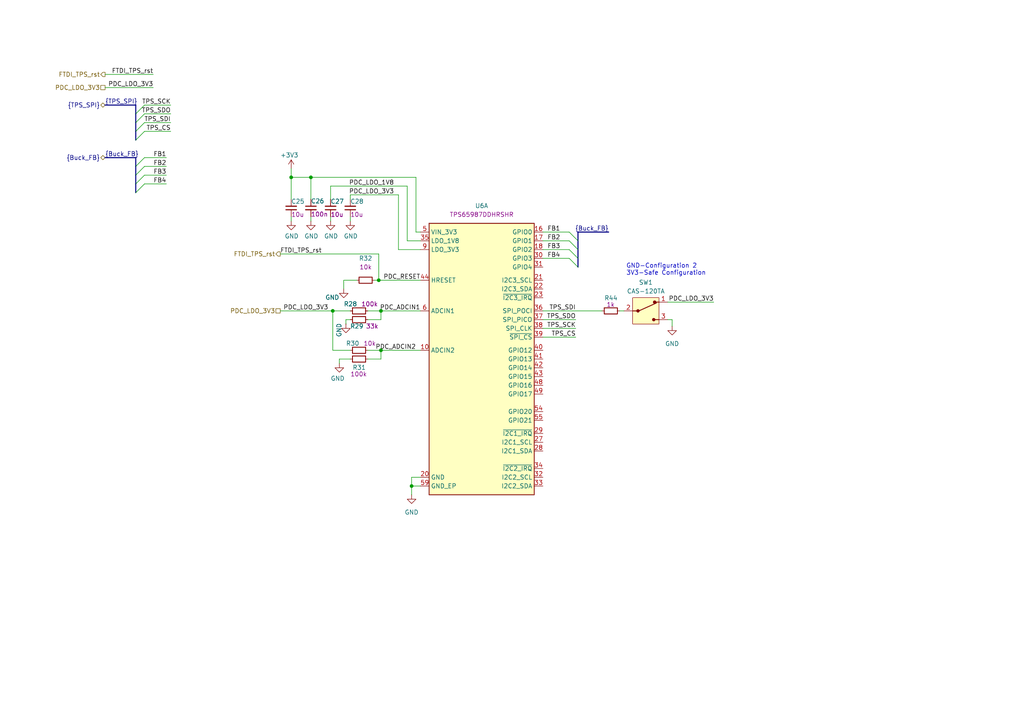
<source format=kicad_sch>
(kicad_sch (version 20230121) (generator eeschema)
  (paper "A4")
  (lib_symbols
    (symbol "C_10u_0402_1" (pin_numbers hide) (pin_names hide)
      (property "Reference" "C" (at 20.32 -5.08 0))
      (property "Val" "10u" (at 20.32 -7.62 0))
      (symbol "C_10u_0402_1_0_1"
        (polyline (pts (xy 2.032 -1.524) (xy 2.032 1.524)) (stroke (width 0.3048)))
        (polyline (pts (xy 3.048 -1.524) (xy 3.048 1.524)) (stroke (width 0.3302)))
      )
      (symbol "C_10u_0402_1_1_1"
        (pin passive line (at 0 0 0) (length 2.032) (name "~") (number "1"))
        (pin passive line (at 5.08 0 180) (length 2.032) (name "~") (number "2"))
      )
    )
    (symbol "R_10k_0402_1" (pin_numbers hide) (pin_names hide)
      (property "Reference" "R" (at 20.32 -5.08 0))
      (property "Val" "10k" (at 20.32 -7.62 0))
      (symbol "R_10k_0402_1_0_1"
        (rectangle (start 0.635 0.889) (end 4.445 -0.889) (stroke (width 0.254)))
      )
      (symbol "R_10k_0402_1_1_1"
        (pin passive line (at 0 0 0) (length 0.635) (name "~") (number "1"))
        (pin passive line (at 5.08 0 180) (length 0.635) (name "~") (number "2"))
      )
    )
    (symbol "antmicroCapacitors0402:C_100n_0402" (pin_numbers hide) (pin_names hide)
      (property "Reference" "C" (at 20.32 -5.08 0))
      (property "Val" "100n" (at 20.32 -7.62 0))
      (symbol "C_100n_0402_0_1"
        (polyline (pts (xy 2.032 -1.524) (xy 2.032 1.524)) (stroke (width 0.3048)))
        (polyline (pts (xy 3.048 -1.524) (xy 3.048 1.524)) (stroke (width 0.3302)))
      )
      (symbol "C_100n_0402_1_1"
        (pin passive line (at 0 0 0) (length 2.032) (name "~") (number "1"))
        (pin passive line (at 5.08 0 180) (length 2.032) (name "~") (number "2"))
      )
    )
    (symbol "antmicroInterfaceControllers:TPS65987DDHRSHR"
      (property "Reference" "U" (at 50.8 5.08 0))
      (property "MPN" "TPS65987DDHRSHR" (at 50.8 2.54 0))
      (symbol "TPS65987DDHRSHR_1_1"
        (rectangle (start 2.54 2.54) (end 33.02 -76.2) (stroke (width 0.254)) (fill (type background)))
        (pin input line (at 0 -34.29 0) (length 2.54) (name "ADCIN2") (number "10"))
        (pin bidirectional line (at 35.56 0 180) (length 2.54) (name "GPIO0") (number "16"))
        (pin bidirectional line (at 35.56 -2.54 180) (length 2.54) (name "GPIO1") (number "17"))
        (pin bidirectional line (at 35.56 -5.08 180) (length 2.54) (name "GPIO2") (number "18"))
        (pin power_in line (at 0 -71.12 0) (length 2.54) (name "GND") (number "20"))
        (pin bidirectional line (at 35.56 -13.97 180) (length 2.54) (name "I2C3_SCL") (number "21"))
        (pin bidirectional line (at 35.56 -16.51 180) (length 2.54) (name "I2C3_SDA") (number "22"))
        (pin bidirectional line (at 35.56 -19.05 180) (length 2.54) (name "~{I2C3_IRQ}") (number "23"))
        (pin bidirectional line (at 35.56 -60.96 180) (length 2.54) (name "I2C1_SCL") (number "27"))
        (pin bidirectional line (at 35.56 -63.5 180) (length 2.54) (name "I2C1_SDA") (number "28"))
        (pin output line (at 35.56 -58.42 180) (length 2.54) (name "~{I2C1_IRQ}") (number "29"))
        (pin bidirectional line (at 35.56 -7.62 180) (length 2.54) (name "GPIO3") (number "30"))
        (pin bidirectional line (at 35.56 -10.16 180) (length 2.54) (name "GPIO4") (number "31"))
        (pin bidirectional line (at 35.56 -71.12 180) (length 2.54) (name "I2C2_SCL") (number "32"))
        (pin bidirectional line (at 35.56 -73.66 180) (length 2.54) (name "I2C2_SDA") (number "33"))
        (pin output line (at 35.56 -68.58 180) (length 2.54) (name "~{I2C2_IRQ}") (number "34"))
        (pin power_out line (at 0 -2.54 0) (length 2.54) (name "LDO_1V8") (number "35"))
        (pin bidirectional line (at 35.56 -22.86 180) (length 2.54) (name "SPI_POCI") (number "36"))
        (pin bidirectional line (at 35.56 -25.4 180) (length 2.54) (name "SPI_PICO") (number "37"))
        (pin bidirectional line (at 35.56 -27.94 180) (length 2.54) (name "SPI_CLK") (number "38"))
        (pin bidirectional line (at 35.56 -30.48 180) (length 2.54) (name "~{SPI_CS}") (number "39"))
        (pin bidirectional line (at 35.56 -34.29 180) (length 2.54) (name "GPIO12") (number "40"))
        (pin bidirectional line (at 35.56 -36.83 180) (length 2.54) (name "GPIO13") (number "41"))
        (pin bidirectional line (at 35.56 -39.37 180) (length 2.54) (name "GPIO14") (number "42"))
        (pin bidirectional line (at 35.56 -41.91 180) (length 2.54) (name "GPIO15") (number "43"))
        (pin input line (at 0 -13.97 0) (length 2.54) (name "HRESET") (number "44"))
        (pin passive line (at 0 -71.12 0) (length 2.54) hide (name "GND") (number "45"))
        (pin passive line (at 0 -71.12 0) (length 2.54) hide (name "GND") (number "46"))
        (pin passive line (at 0 -71.12 0) (length 2.54) hide (name "GND") (number "47"))
        (pin bidirectional line (at 35.56 -44.45 180) (length 2.54) (name "GPIO16") (number "48"))
        (pin bidirectional line (at 35.56 -46.99 180) (length 2.54) (name "GPIO17") (number "49"))
        (pin power_in line (at 0 0 0) (length 2.54) (name "VIN_3V3") (number "5"))
        (pin passive line (at 0 -71.12 0) (length 2.54) hide (name "GND") (number "51"))
        (pin bidirectional line (at 35.56 -52.07 180) (length 2.54) (name "GPIO20") (number "54"))
        (pin bidirectional line (at 35.56 -54.61 180) (length 2.54) (name "GPIO21") (number "55"))
        (pin power_in line (at 0 -73.66 0) (length 2.54) (name "GND_EP") (number "59"))
        (pin input line (at 0 -22.86 0) (length 2.54) (name "ADCIN1") (number "6"))
        (pin power_out line (at 0 -5.08 0) (length 2.54) (name "LDO_3V3") (number "9"))
      )
      (symbol "TPS65987DDHRSHR_2_1"
        (polyline (pts (xy 11.303 0) (xy 13.208 0)) (stroke (width 0.254)) (fill (type background)))
        (polyline (pts (xy 11.43 -2.54) (xy 13.335 -2.54)) (stroke (width 0.254)) (fill (type background)))
        (polyline (pts (xy 13.208 0) (xy 16.002 1.651)) (stroke (width 0.254)) (fill (type background)))
        (polyline (pts (xy 13.335 -2.54) (xy 16.129 -0.889)) (stroke (width 0.254)) (fill (type background)))
        (polyline (pts (xy 19.177 0) (xy 16.637 0)) (stroke (width 0.254)) (fill (type background)))
        (polyline (pts (xy 19.304 -2.54) (xy 16.764 -2.54)) (stroke (width 0.254)) (fill (type background)))
        (rectangle (start 2.54 3.81) (end 29.21 -21.59) (stroke (width 0.254)) (fill (type background)))
        (circle (center 13.208 0) (radius 0.1796) (stroke (width 0.254)) (fill (type background)))
        (circle (center 13.335 -2.54) (radius 0.1796) (stroke (width 0.254)) (fill (type background)))
        (circle (center 16.637 0) (radius 0.1796) (stroke (width 0.254)) (fill (type background)))
        (circle (center 16.764 -2.54) (radius 0.1796) (stroke (width 0.254)) (fill (type background)))
        (pin bidirectional line (at 31.75 -2.54 180) (length 2.54) (name "PP_HV2") (number "1"))
        (pin bidirectional line (at 31.75 0 180) (length 2.54) (name "PP_HV1") (number "11"))
        (pin bidirectional line (at 0 0 0) (length 2.54) (name "VBUS1") (number "13"))
        (pin passive line (at 31.75 -16.51 180) (length 2.54) (name "DRAIN1") (number "15"))
        (pin passive line (at 31.75 -16.51 180) (length 2.54) hide (name "DRAIN1") (number "19"))
        (pin bidirectional line (at 0 -8.89 0) (length 2.54) (name "C1_CC1") (number "24"))
        (pin power_in line (at 31.75 -8.89 180) (length 2.54) (name "PP1_CABLE") (number "25"))
        (pin bidirectional line (at 0 -11.43 0) (length 2.54) (name "C1_CC2") (number "26"))
        (pin bidirectional line (at 0 -2.54 0) (length 2.54) (name "VBUS2") (number "3"))
        (pin bidirectional line (at 0 -16.51 0) (length 2.54) (name "C1_USB_P") (number "50"))
        (pin passive line (at 31.75 -19.05 180) (length 2.54) (name "DRAIN2") (number "52"))
        (pin bidirectional line (at 0 -19.05 0) (length 2.54) (name "C1_USB_N") (number "53"))
        (pin passive line (at 31.75 -19.05 180) (length 2.54) hide (name "DRAIN2") (number "56"))
        (pin passive line (at 31.75 -19.05 180) (length 2.54) hide (name "DRAIN2") (number "57"))
        (pin passive line (at 31.75 -16.51 180) (length 2.54) hide (name "DRAIN1") (number "58"))
        (pin passive line (at 31.75 -19.05 180) (length 2.54) hide (name "DRAIN2") (number "7"))
        (pin passive line (at 31.75 -16.51 180) (length 2.54) hide (name "DRAIN1") (number "8"))
      )
    )
    (symbol "antmicroResistors0402:R_100k_0402" (pin_numbers hide) (pin_names hide)
      (property "Reference" "R" (at 20.32 -5.08 0))
      (property "Val" "100k" (at 20.32 -7.62 0))
      (symbol "R_100k_0402_0_1"
        (rectangle (start 0.635 0.889) (end 4.445 -0.889) (stroke (width 0.254)))
      )
      (symbol "R_100k_0402_1_1"
        (pin passive line (at 0 0 0) (length 0.635) (name "~") (number "1"))
        (pin passive line (at 5.08 0 180) (length 0.635) (name "~") (number "2"))
      )
    )
    (symbol "antmicroResistors0402:R_10k_0402" (pin_numbers hide) (pin_names hide)
      (property "Reference" "R" (at 20.32 -5.08 0))
      (property "Val" "10k" (at 20.32 -7.62 0))
      (symbol "R_10k_0402_0_1"
        (rectangle (start 0.635 0.889) (end 4.445 -0.889) (stroke (width 0.254)))
      )
      (symbol "R_10k_0402_1_1"
        (pin passive line (at 0 0 0) (length 0.635) (name "~") (number "1"))
        (pin passive line (at 5.08 0 180) (length 0.635) (name "~") (number "2"))
      )
    )
    (symbol "antmicroResistors0402:R_1k_0402" (pin_numbers hide) (pin_names hide)
      (property "Reference" "R" (at 20.32 -5.08 0))
      (property "Val" "1k" (at 20.32 -7.62 0))
      (symbol "R_1k_0402_0_1"
        (rectangle (start 0.635 0.889) (end 4.445 -0.889) (stroke (width 0.254)))
      )
      (symbol "R_1k_0402_1_1"
        (pin passive line (at 0 0 0) (length 0.635) (name "~") (number "1"))
        (pin passive line (at 5.08 0 180) (length 0.635) (name "~") (number "2"))
      )
    )
    (symbol "antmicroResistors0402:R_33k_0402" (pin_numbers hide) (pin_names hide)
      (property "Reference" "R" (at 20.32 -5.08 0))
      (property "Val" "33k" (at 20.32 -7.62 0))
      (symbol "R_33k_0402_0_1"
        (rectangle (start 0.635 0.889) (end 4.445 -0.889) (stroke (width 0.254)))
      )
      (symbol "R_33k_0402_1_1"
        (pin passive line (at 0 0 0) (length 0.635) (name "~") (number "1"))
        (pin passive line (at 5.08 0 180) (length 0.635) (name "~") (number "2"))
      )
    )
    (symbol "antmicroSlideSwitches:CAS-120TA" (pin_names hide)
      (property "Reference" "SW" (at 25.4 -2.54 0))
      (property "Value" "CAS-120TA" (at 25.4 -5.08 0))
      (symbol "CAS-120TA_1_1"
        (polyline (pts (xy 3.81 0) (xy 2.54 0)) (stroke (width 0.254)))
        (polyline (pts (xy 4.318 0) (xy 9.398 2.286)) (stroke (width 0.254)) (fill (type background)))
        (polyline (pts (xy 10.16 -2.54) (xy 8.89 -2.54)) (stroke (width 0.254)))
        (polyline (pts (xy 10.16 2.54) (xy 8.89 2.54)) (stroke (width 0.254)))
        (rectangle (start 2.54 3.81) (end 10.16 -3.81) (fill (type background)))
        (circle (center 4.064 0) (radius 0.3556) (stroke (width 0.254)) (fill (type outline)))
        (circle (center 8.636 -2.54) (radius 0.3556) (stroke (width 0.254)) (fill (type outline)))
        (circle (center 8.89 2.54) (radius 0.3556) (stroke (width 0.254)) (fill (type outline)))
        (pin passive line (at 12.7 2.54 180) (length 2.54) (name "~") (number "1"))
        (pin passive line (at 0 0 0) (length 2.54) (name "~") (number "2"))
        (pin passive line (at 12.7 -2.54 180) (length 2.54) (name "~") (number "3"))
      )
    )
    (symbol "antmicropower:+3V3" (power) (pin_numbers hide) (pin_names hide)
      (property "Value" "+3V3" (at -3.175 2.54 0))
      (symbol "+3V3_0_1"
        (polyline (pts (xy 0 0) (xy 0 2.54)))
        (polyline (pts (xy 0 2.54) (xy -0.762 1.27)))
        (polyline (pts (xy 0 2.54) (xy 0.762 1.27)))
      )
      (symbol "+3V3_1_1"
        (pin power_in line (at 0 0 90) (length 0) hide (name "+3V3") (number "1"))
      )
    )
    (symbol "antmicropower:GND" (power) (pin_numbers hide) (pin_names hide)
      (property "Value" "GND" (at 8.89 -5.08 0))
      (symbol "GND_1_1"
        (polyline (pts (xy 0 0) (xy 0 -1.27) (xy 1.27 -1.27) (xy 0 -2.54) (xy -1.27 -1.27) (xy 0 -1.27)))
        (pin power_in line (at 0 0 270) (length 0) (name "GND") (number "1"))
      )
    )
  )
  (junction (at 110.49 101.6))
  (junction (at 109.855 81.28))
  (junction (at 119.38 140.97))
  (junction (at 96.52 90.17))
  (junction (at 84.455 51.435))
  (junction (at 110.49 90.17))
  (junction (at 90.17 51.435))
  (bus_entry (at 39.37 40.64) (size 2.54 -2.54))
  (bus_entry (at 167.64 72.39) (size -2.54 -2.54))
  (bus_entry (at 39.37 33.02) (size 2.54 -2.54))
  (bus_entry (at 167.64 77.47) (size -2.54 -2.54))
  (bus_entry (at 167.64 74.93) (size -2.54 -2.54))
  (bus_entry (at 39.37 35.56) (size 2.54 -2.54))
  (bus_entry (at 39.37 48.26) (size 2.54 -2.54))
  (bus_entry (at 39.37 55.88) (size 2.54 -2.54))
  (bus_entry (at 39.37 53.34) (size 2.54 -2.54))
  (bus_entry (at 39.37 50.8) (size 2.54 -2.54))
  (bus_entry (at 39.37 38.1) (size 2.54 -2.54))
  (bus_entry (at 167.64 69.85) (size -2.54 -2.54))
  (wire (pts (xy 207.01 87.63) (xy 193.675 87.63)))
  (bus (pts (xy 39.37 53.34) (xy 39.37 55.88)))
  (wire (pts (xy 41.91 45.72) (xy 48.26 45.72)))
  (wire (pts (xy 96.52 90.17) (xy 101.6 90.17)))
  (wire (pts (xy 108.585 81.28) (xy 109.855 81.28)))
  (wire (pts (xy 90.17 51.435) (xy 120.65 51.435)))
  (bus (pts (xy 39.37 38.1) (xy 39.37 40.64)))
  (wire (pts (xy 100.33 92.71) (xy 100.33 93.98)))
  (wire (pts (xy 194.945 92.71) (xy 194.945 94.615)))
  (bus (pts (xy 39.37 45.72) (xy 30.48 45.72)))
  (wire (pts (xy 99.695 81.28) (xy 99.695 83.82)))
  (wire (pts (xy 41.91 35.56) (xy 49.53 35.56)))
  (wire (pts (xy 118.11 69.85) (xy 121.92 69.85)))
  (wire (pts (xy 157.48 67.31) (xy 165.1 67.31)))
  (wire (pts (xy 84.455 51.435) (xy 84.455 57.785)))
  (bus (pts (xy 167.64 72.39) (xy 167.64 74.93)))
  (wire (pts (xy 81.28 73.66) (xy 109.855 73.66)))
  (bus (pts (xy 167.64 67.31) (xy 176.53 67.31)))
  (wire (pts (xy 157.48 97.79) (xy 167.005 97.79)))
  (bus (pts (xy 39.37 33.02) (xy 39.37 35.56)))
  (wire (pts (xy 120.65 67.31) (xy 120.65 51.435)))
  (wire (pts (xy 84.455 51.435) (xy 90.17 51.435)))
  (bus (pts (xy 167.64 69.85) (xy 167.64 72.39)))
  (wire (pts (xy 98.425 104.14) (xy 98.425 105.41)))
  (wire (pts (xy 84.455 48.895) (xy 84.455 51.435)))
  (wire (pts (xy 95.885 53.975) (xy 95.885 57.785)))
  (wire (pts (xy 96.52 101.6) (xy 101.6 101.6)))
  (bus (pts (xy 39.37 45.72) (xy 39.37 48.26)))
  (wire (pts (xy 157.48 72.39) (xy 165.1 72.39)))
  (wire (pts (xy 95.885 53.975) (xy 118.11 53.975)))
  (wire (pts (xy 118.11 53.975) (xy 118.11 69.85)))
  (wire (pts (xy 101.6 56.515) (xy 115.57 56.515)))
  (wire (pts (xy 99.695 81.28) (xy 103.505 81.28)))
  (bus (pts (xy 30.48 30.48) (xy 39.37 30.48)))
  (wire (pts (xy 193.675 92.71) (xy 194.945 92.71)))
  (wire (pts (xy 101.6 62.865) (xy 101.6 64.135)))
  (wire (pts (xy 90.17 62.865) (xy 90.17 64.135)))
  (wire (pts (xy 41.91 48.26) (xy 48.26 48.26)))
  (wire (pts (xy 41.91 38.1) (xy 49.53 38.1)))
  (wire (pts (xy 41.91 50.8) (xy 48.26 50.8)))
  (bus (pts (xy 167.64 74.93) (xy 167.64 77.47)))
  (wire (pts (xy 109.855 81.28) (xy 121.92 81.28)))
  (wire (pts (xy 30.48 21.59) (xy 44.45 21.59)))
  (wire (pts (xy 84.455 62.865) (xy 84.455 64.135)))
  (wire (pts (xy 41.91 33.02) (xy 49.53 33.02)))
  (wire (pts (xy 106.68 90.17) (xy 110.49 90.17)))
  (wire (pts (xy 98.425 104.14) (xy 101.6 104.14)))
  (wire (pts (xy 90.17 51.435) (xy 90.17 57.785)))
  (wire (pts (xy 121.92 67.31) (xy 120.65 67.31)))
  (bus (pts (xy 39.37 48.26) (xy 39.37 50.8)))
  (wire (pts (xy 121.92 72.39) (xy 115.57 72.39)))
  (wire (pts (xy 119.38 143.51) (xy 119.38 140.97)))
  (wire (pts (xy 179.705 90.17) (xy 180.975 90.17)))
  (wire (pts (xy 157.48 74.93) (xy 165.1 74.93)))
  (wire (pts (xy 110.49 90.17) (xy 121.92 90.17)))
  (wire (pts (xy 110.49 90.17) (xy 110.49 92.71)))
  (bus (pts (xy 39.37 35.56) (xy 39.37 38.1)))
  (wire (pts (xy 106.68 101.6) (xy 110.49 101.6)))
  (wire (pts (xy 115.57 72.39) (xy 115.57 56.515)))
  (wire (pts (xy 101.6 57.785) (xy 101.6 56.515)))
  (wire (pts (xy 119.38 140.97) (xy 119.38 138.43)))
  (bus (pts (xy 39.37 30.48) (xy 39.37 33.02)))
  (wire (pts (xy 30.48 25.4) (xy 44.45 25.4)))
  (wire (pts (xy 95.885 62.865) (xy 95.885 64.135)))
  (wire (pts (xy 101.6 92.71) (xy 100.33 92.71)))
  (wire (pts (xy 81.28 90.17) (xy 96.52 90.17)))
  (bus (pts (xy 167.64 67.31) (xy 167.64 69.85)))
  (wire (pts (xy 41.91 30.48) (xy 49.53 30.48)))
  (wire (pts (xy 106.68 104.14) (xy 110.49 104.14)))
  (wire (pts (xy 110.49 101.6) (xy 121.92 101.6)))
  (wire (pts (xy 106.68 92.71) (xy 110.49 92.71)))
  (wire (pts (xy 96.52 90.17) (xy 96.52 101.6)))
  (wire (pts (xy 109.855 81.28) (xy 109.855 73.66)))
  (wire (pts (xy 119.38 138.43) (xy 121.92 138.43)))
  (wire (pts (xy 157.48 90.17) (xy 174.625 90.17)))
  (wire (pts (xy 157.48 95.25) (xy 167.005 95.25)))
  (wire (pts (xy 41.91 53.34) (xy 48.26 53.34)))
  (bus (pts (xy 39.37 50.8) (xy 39.37 53.34)))
  (wire (pts (xy 157.48 92.71) (xy 167.005 92.71)))
  (wire (pts (xy 157.48 69.85) (xy 165.1 69.85)))
  (wire (pts (xy 119.38 140.97) (xy 121.92 140.97)))
  (wire (pts (xy 110.49 104.14) (xy 110.49 101.6)))
  (text "GND-Configuration 2\n3V3-Safe Configuration\n" (at 181.61 80.01 0) (effects (font (size 1.27 1.27)) (justify left bottom)))
  (label "FTDI_TPS_rst" (at 44.45 21.59 180))
  (label "PDC_LDO_1V8" (at 114.3 53.975 180))
  (label "PDC_RESET" (at 121.92 81.28 180))
  (label "TPS_SCK" (at 49.53 30.48 180))
  (label "PDC_LDO_3V3" (at 207.01 87.63 180))
  (label "PDC_ADCIN1" (at 121.92 90.17 180))
  (label "TPS_SCK" (at 167.005 95.25 180))
  (label "PDC_LDO_3V3" (at 44.45 25.4 180))
  (label "FB1" (at 48.26 45.72 180))
  (label "PDC_LDO_3V3" (at 95.25 90.17 180))
  (label "FB2" (at 48.26 48.26 180))
  (label "{Buck_FB}" (at 176.53 67.31 180))
  (label "{Buck_FB}" (at 30.48 45.72 0))
  (label "TPS_CS" (at 167.005 97.79 180))
  (label "FB3" (at 48.26 50.8 180))
  (label "TPS_CS" (at 49.53 38.1 180))
  (label "TPS_SDI" (at 49.53 35.56 180))
  (label "FTDI_TPS_rst" (at 81.28 73.66 0))
  (label "PDC_ADCIN2" (at 120.65 101.6 180))
  (label "FB4" (at 158.75 74.93 0))
  (label "FB4" (at 48.26 53.34 180))
  (label "FB1" (at 158.75 67.31 0))
  (label "TPS_SDI" (at 167.005 90.17 180))
  (label "FB3" (at 158.75 72.39 0))
  (label "TPS_SDO" (at 49.53 33.02 180))
  (label "FB2" (at 158.75 69.85 0))
  (label "TPS_SDO" (at 167.005 92.71 180))
  (label "{TPS_SPI}" (at 30.48 30.48 0))
  (label "PDC_LDO_3V3" (at 114.3 56.515 180))
  (hierarchical_label "PDC_LDO_3V3" (shape passive) (at 81.28 90.17 180))
  (hierarchical_label "{Buck_FB}" (shape bidirectional) (at 30.48 45.72 180))
  (hierarchical_label "{TPS_SPI}" (shape bidirectional) (at 30.48 30.48 180))
  (hierarchical_label "FTDI_TPS_rst" (shape output) (at 81.28 73.66 180))
  (hierarchical_label "FTDI_TPS_rst" (shape output) (at 30.48 21.59 180))
  (hierarchical_label "PDC_LDO_3V3" (shape passive) (at 30.48 25.4 180))
  (symbol (lib_id "antmicropower:GND") (at 95.885 64.135 0) (unit 1)
    (property "Reference" "#PWR054" (effects hide))
    (property "Value" "GND" (at 93.98 69.215 0) (effects (justify left bottom)))
    (property "Author" "Antmicro" (effects hide))
    (property "License" "Apache-2.0" (effects hide))
  )
  (symbol (lib_id "antmicropower:GND") (at 84.455 64.135 0) (unit 1)
    (property "Reference" "#PWR052" (effects hide))
    (property "Value" "GND" (at 82.55 69.215 0) (effects (justify left bottom)))
    (property "Author" "Antmicro" (effects hide))
    (property "License" "Apache-2.0" (effects hide))
  )
  (symbol (lib_id "antmicroResistors0402:R_1k_0402") (at 174.625 90.17 0) (mirror x) (unit 1)
    (property "Reference" "R44" (at 175.26 85.725 0) (effects (justify left bottom)))
    (property "Value" "R_1k_0402" (effects hide))
    (property "Footprint" "antmicro-footprints:R_0402_1005Metric" (effects hide))
    (property "Datasheet" "https://www.bourns.com/docs/product-datasheets/cr.pdf" (effects hide))
    (property "Manufacturer" "Bourns" (effects hide))
    (property "MPN" "CR0402-FX-1001GLF" (effects hide))
    (property "Val" "1k" (at 175.895 87.63 0) (effects (justify left bottom)))
    (property "License" "Apache-2.0" (effects hide))
    (property "Author" "Antmicro" (effects hide))
    (property "Tolerance" "1%" (effects hide))
  )
  (symbol (lib_id "antmicropower:GND") (at 99.695 83.82 0) (mirror y) (unit 1)
    (property "Reference" "#PWR056" (effects hide))
    (property "Value" "GND" (at 98.425 86.995 0) (effects (justify left bottom)))
    (property "Author" "Antmicro" (effects hide))
    (property "License" "Apache-2.0" (effects hide))
  )
  (symbol (lib_id "antmicroCapacitors0402:C_100n_0402") (at 90.17 57.785 270) (unit 1)
    (property "Reference" "C26" (at 90.17 59.055 90) (effects (justify left bottom)))
    (property "Value" "C_100n_0402" (effects hide))
    (property "Footprint" "antmicro-footprints:C_0402_1005Metric" (effects hide))
    (property "Datasheet" "https://search.murata.co.jp/Ceramy/image/img/A01X/G101/ENG/GRM155R61H104KE14-01.pdf" (effects hide))
    (property "Manufacturer" "Murata" (effects hide))
    (property "MPN" "GRM155R61H104KE14D" (effects hide))
    (property "Val" "100n" (at 90.17 62.865 90) (effects (justify left bottom)))
    (property "License" "Apache-2.0" (effects hide))
    (property "Author" "Antmicro" (effects hide))
    (property "Voltage" "50V" (effects hide))
    (property "Dielectric" "X5R" (effects hide))
  )
  (symbol (lib_id "antmicropower:GND") (at 194.945 94.615 0) (unit 1)
    (property "Reference" "#PWR078" (effects hide))
    (property "Value" "GND" (at 194.945 99.695 0))
    (property "Author" "Antmicro" (effects hide))
    (property "License" "Apache-2.0" (effects hide))
  )
  (symbol (lib_id "antmicropower:GND") (at 98.425 105.41 0) (unit 1)
    (property "Reference" "#PWR055" (effects hide))
    (property "Value" "GND" (at 95.885 110.49 0) (effects (justify left bottom)))
    (property "Author" "Antmicro" (effects hide))
    (property "License" "Apache-2.0" (effects hide))
  )
  (symbol (lib_id "antmicropower:+3V3") (at 84.455 48.895 0) (unit 1)
    (property "Reference" "#PWR051" (effects hide))
    (property "Value" "+3V3" (at 81.28 45.72 0) (effects (justify left bottom)))
  )
  (symbol (lib_name "C_10u_0402_1") (lib_id "antmicroCapacitors0402:C_10u_0402") (at 84.455 62.865 90) (unit 1)
    (property "Reference" "C25" (at 84.455 58.42 90) (effects (justify right)))
    (property "Value" "C_10u_0402" (effects hide))
    (property "Footprint" "antmicro-footprints:C_0402_1005Metric" (effects hide))
    (property "Datasheet" "https://www.yageo.com/en/Chart/Download/pdf/CC0402MRX5R5BB106" (effects hide))
    (property "MPN" "CC0402MRX5R5BB106" (effects hide))
    (property "Manufacturer" "YAGEO" (effects hide))
    (property "License" "Apache-2.0" (effects hide))
    (property "Author" "Antmicro" (effects hide))
    (property "Val" "10u" (at 84.455 62.23 90) (effects (justify right)))
    (property "Public" "False" (effects hide))
  )
  (symbol (lib_id "antmicropower:GND") (at 100.33 93.98 0) (unit 1)
    (property "Reference" "#PWR057" (effects hide))
    (property "Value" "GND" (at 99.06 97.79 90) (effects (justify left bottom)))
    (property "Author" "Antmicro" (effects hide))
    (property "License" "Apache-2.0" (effects hide))
  )
  (symbol (lib_id "antmicropower:GND") (at 90.17 64.135 0) (unit 1)
    (property "Reference" "#PWR053" (effects hide))
    (property "Value" "GND" (at 88.265 69.215 0) (effects (justify left bottom)))
    (property "Author" "Antmicro" (effects hide))
    (property "License" "Apache-2.0" (effects hide))
  )
  (symbol (lib_id "antmicroResistors0402:R_10k_0402") (at 101.6 101.6 0) (unit 1)
    (property "Reference" "R30" (at 100.33 100.33 0) (effects (justify left bottom)))
    (property "Value" "R_10k_0402" (effects hide))
    (property "Footprint" "antmicro-footprints:R_0402_1005Metric" (effects hide))
    (property "Datasheet" "https://www.bourns.com/docs/product-datasheets/cr.pdf" (effects hide))
    (property "Manufacturer" "Bourns" (effects hide))
    (property "MPN" "CR0402-FX-1002GLF" (effects hide))
    (property "Val" "10k" (at 105.41 100.33 0) (effects (justify left bottom)))
    (property "License" "Apache-2.0" (effects hide))
    (property "Author" "Antmicro" (effects hide))
    (property "Tolerance" "1%" (effects hide))
  )
  (symbol (lib_id "antmicroResistors0402:R_33k_0402") (at 101.6 92.71 0) (unit 1)
    (property "Reference" "R29" (at 103.505 94.615 0))
    (property "Value" "R_33k_0402" (effects hide))
    (property "Footprint" "antmicro-footprints:R_0402_1005Metric" (effects hide))
    (property "Datasheet" "https://www.bourns.com/docs/product-datasheets/cr.pdf" (effects hide))
    (property "MPN" "CR0402-FX-3302GLF" (effects hide))
    (property "Manufacturer" "Bourns" (effects hide))
    (property "License" "Apache-2.0" (effects hide))
    (property "Author" "Antmicro" (effects hide))
    (property "Val" "33k" (at 107.95 94.615 0))
    (property "Tolerance" "1%" (effects hide))
  )
  (symbol (lib_id "antmicroResistors0402:R_100k_0402") (at 101.6 90.17 0) (unit 1)
    (property "Reference" "R28" (at 99.695 88.9 0) (effects (justify left bottom)))
    (property "Value" "R_100k_0402" (effects hide))
    (property "Footprint" "antmicro-footprints:R_0402_1005Metric" (effects hide))
    (property "Datasheet" "https://www.bourns.com/docs/product-datasheets/cr.pdf" (effects hide))
    (property "Manufacturer" "Bourns" (effects hide))
    (property "MPN" "CR0402-FX-1003GLF" (effects hide))
    (property "Val" "100k" (at 104.775 88.9 0) (effects (justify left bottom)))
    (property "License" "Apache-2.0" (effects hide))
    (property "Author" "Antmicro" (effects hide))
    (property "Tolerance" "1%" (effects hide))
  )
  (symbol (lib_name "C_10u_0402_1") (lib_id "antmicroCapacitors0402:C_10u_0402") (at 95.885 62.865 90) (unit 1)
    (property "Reference" "C27" (at 95.885 58.42 90) (effects (justify right)))
    (property "Value" "C_10u_0402" (effects hide))
    (property "Footprint" "antmicro-footprints:C_0402_1005Metric" (effects hide))
    (property "Datasheet" "https://www.yageo.com/en/Chart/Download/pdf/CC0402MRX5R5BB106" (effects hide))
    (property "MPN" "CC0402MRX5R5BB106" (effects hide))
    (property "Manufacturer" "YAGEO" (effects hide))
    (property "License" "Apache-2.0" (effects hide))
    (property "Author" "Antmicro" (effects hide))
    (property "Val" "10u" (at 95.885 62.23 90) (effects (justify right)))
    (property "Public" "False" (effects hide))
  )
  (symbol (lib_id "antmicropower:GND") (at 119.38 143.51 0) (unit 1)
    (property "Reference" "#PWR059" (effects hide))
    (property "Value" "GND" (at 119.38 148.59 0))
    (property "Author" "Antmicro" (effects hide))
    (property "License" "Apache-2.0" (effects hide))
  )
  (symbol (lib_name "R_10k_0402_1") (lib_id "antmicroResistors0402:R_10k_0402") (at 103.505 81.28 0) (unit 1)
    (property "Reference" "R32" (at 106.045 74.93 0))
    (property "Value" "R_10k_0402" (effects hide))
    (property "Footprint" "antmicro-footprints:R_0402_1005Metric" (effects hide))
    (property "Datasheet" "https://www.bourns.com/docs/product-datasheets/cr.pdf" (effects hide))
    (property "MPN" "CR0402-FX-1002GLF" (effects hide))
    (property "Manufacturer" "Bourns" (effects hide))
    (property "License" "Apache-2.0" (effects hide))
    (property "Author" "Antmicro" (effects hide))
    (property "Val" "10k" (at 106.045 77.47 0))
    (property "Tolerance" "1%" (effects hide))
  )
  (symbol (lib_id "antmicroResistors0402:R_100k_0402") (at 101.6 104.14 0) (unit 1)
    (property "Reference" "R31" (at 102.235 107.315 0) (effects (justify left bottom)))
    (property "Value" "R_100k_0402" (effects hide))
    (property "Footprint" "antmicro-footprints:R_0402_1005Metric" (effects hide))
    (property "Datasheet" "https://www.bourns.com/docs/product-datasheets/cr.pdf" (effects hide))
    (property "Manufacturer" "Bourns" (effects hide))
    (property "MPN" "CR0402-FX-1003GLF" (effects hide))
    (property "Val" "100k" (at 101.6 109.22 0) (effects (justify left bottom)))
    (property "License" "Apache-2.0" (effects hide))
    (property "Author" "Antmicro" (effects hide))
    (property "Tolerance" "1%" (effects hide))
  )
  (symbol (lib_id "antmicroInterfaceControllers:TPS65987DDHRSHR") (at 121.92 67.31 0) (unit 1)
    (property "Reference" "U6" (at 139.7 59.69 0))
    (property "Value" "TPS65987DDHRSHR" (effects hide))
    (property "Footprint" "antmicro-footprints:IC_TPS65987DDHRSHR" (effects hide))
    (property "Datasheet" "https://www.ti.com/lit/ds/symlink/tps65987d.pdf?ts=1720696952762&ref_url=https%253A%252F%252Fwww.ti.com%252Fproduct%252FTPS65987D%253Fbm-verify%253DAAQAAAAJ_____-o1LmU18E_WILkZVvHcuKcPEfFwTS6tlsW23TXkZNPfmEOYosFoIDVa7Oh0Ev5AAtjNRV4ReLn5eUD6s97WJfgAA_3PhpK-eL4wPHvTUXD1m6m55vocQ48bEQGa5RdOjfzwFS_n64Qgq_LV0eCM8BpVDumG4dpzVJRXXmSapYB1T1asOudiO5noPttKmAGgLVVJvd_Rmvs30u_CZ2y8V--rVvb0aqpgdV8xphKy6VS4nXHBIvJslmLIeV6BQAwkbF2aqBvN7X1bD4bCuRQBwj8ZENhQeurU-sJFAEMwDe3QxEmxyKw" (effects hide))
    (property "MPN" "TPS65987DDHRSHR" (at 139.7 62.23 0))
    (property "Manufacturer" "Texas Instruments" (effects hide))
    (property "License" "Apache-2.0" (effects hide))
    (property "Author" "Antmicro" (effects hide))
  )
  (symbol (lib_name "C_10u_0402_1") (lib_id "antmicroCapacitors0402:C_10u_0402") (at 101.6 62.865 90) (unit 1)
    (property "Reference" "C28" (at 101.6 58.42 90) (effects (justify right)))
    (property "Value" "C_10u_0402" (effects hide))
    (property "Footprint" "antmicro-footprints:C_0402_1005Metric" (effects hide))
    (property "Datasheet" "https://www.yageo.com/en/Chart/Download/pdf/CC0402MRX5R5BB106" (effects hide))
    (property "MPN" "CC0402MRX5R5BB106" (effects hide))
    (property "Manufacturer" "YAGEO" (effects hide))
    (property "License" "Apache-2.0" (effects hide))
    (property "Author" "Antmicro" (effects hide))
    (property "Val" "10u" (at 101.6 62.23 90) (effects (justify right)))
    (property "Public" "False" (effects hide))
  )
  (symbol (lib_id "antmicroSlideSwitches:CAS-120TA") (at 180.975 90.17 0) (unit 1)
    (property "Reference" "SW1" (at 187.325 81.915 0))
    (property "Value" "CAS-120TA" (at 187.325 84.455 0))
    (property "Footprint" "antmicro-footprints:Switch_Slide_CAS-120TA" (effects hide))
    (property "Datasheet" "https://www.nidec-components.com/e/catalog/switch/cas.pdf" (effects hide))
    (property "MPN" "CAS-120TA" (effects hide))
    (property "Manufacturer" "Nidec Components" (effects hide))
    (property "Author" "Antmicro" (effects hide))
    (property "License" "Apache-2.0" (effects hide))
  )
  (symbol (lib_id "antmicropower:GND") (at 101.6 64.135 0) (unit 1)
    (property "Reference" "#PWR058" (effects hide))
    (property "Value" "GND" (at 99.695 69.215 0) (effects (justify left bottom)))
    (property "Author" "Antmicro" (effects hide))
    (property "License" "Apache-2.0" (effects hide))
  )
)
</source>
